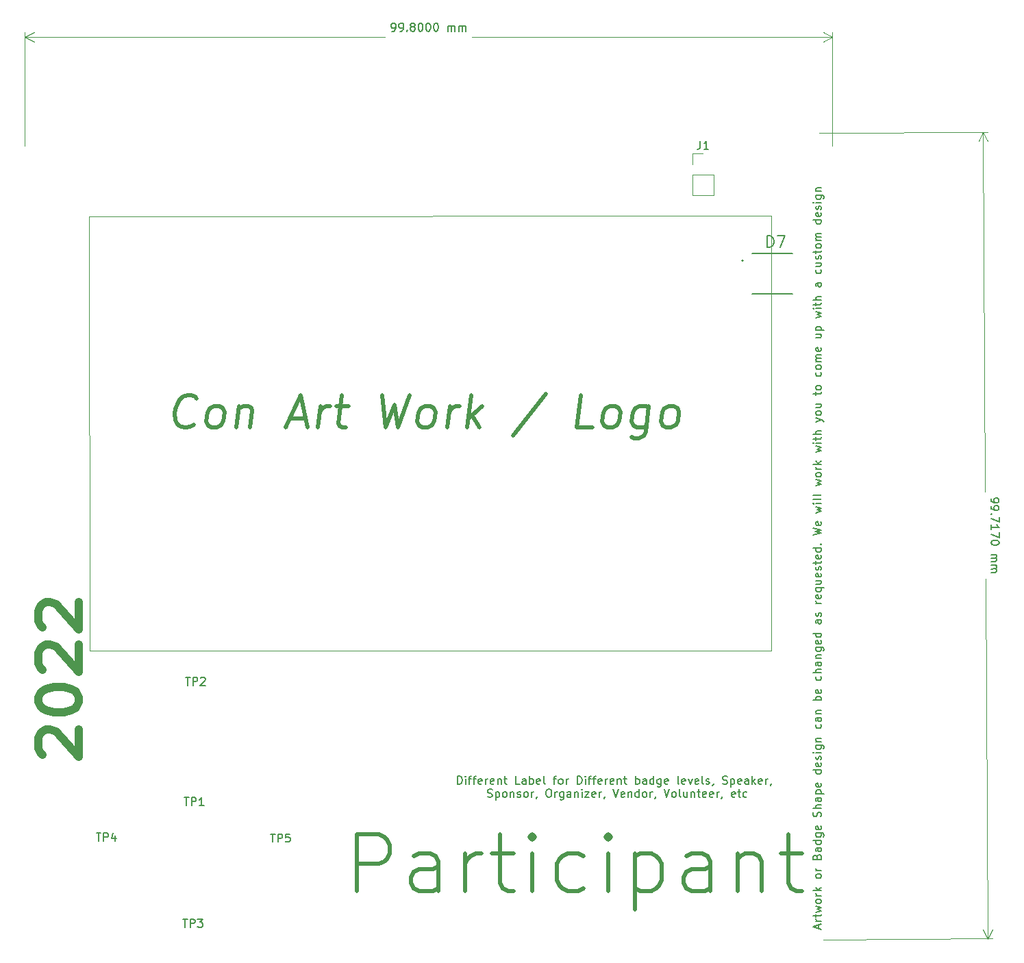
<source format=gbr>
%TF.GenerationSoftware,KiCad,Pcbnew,(6.0.0)*%
%TF.CreationDate,2021-12-30T12:50:52-06:00*%
%TF.ProjectId,ProspectBoards,50726f73-7065-4637-9442-6f617264732e,1.3*%
%TF.SameCoordinates,Original*%
%TF.FileFunction,Legend,Top*%
%TF.FilePolarity,Positive*%
%FSLAX46Y46*%
G04 Gerber Fmt 4.6, Leading zero omitted, Abs format (unit mm)*
G04 Created by KiCad (PCBNEW (6.0.0)) date 2021-12-30 12:50:52*
%MOMM*%
%LPD*%
G01*
G04 APERTURE LIST*
%ADD10C,0.150000*%
%ADD11C,0.120000*%
%ADD12C,1.000000*%
%ADD13C,0.500000*%
%ADD14C,0.127000*%
%ADD15C,0.200000*%
G04 APERTURE END LIST*
D10*
X191604493Y-91455856D02*
X191605514Y-91646330D01*
X191653643Y-91741311D01*
X191701516Y-91788675D01*
X191844882Y-91883146D01*
X192035610Y-91929743D01*
X192416557Y-91927702D01*
X192511539Y-91879573D01*
X192558902Y-91831699D01*
X192606010Y-91736207D01*
X192604989Y-91545734D01*
X192556860Y-91450752D01*
X192508987Y-91403389D01*
X192413495Y-91356281D01*
X192175403Y-91357557D01*
X192080421Y-91405686D01*
X192033058Y-91453560D01*
X191985950Y-91549051D01*
X191986971Y-91739525D01*
X192035100Y-91834506D01*
X192082974Y-91881870D01*
X192178465Y-91928978D01*
X191609597Y-92408224D02*
X191610618Y-92598697D01*
X191658747Y-92693679D01*
X191706620Y-92741042D01*
X191849986Y-92835513D01*
X192040715Y-92882110D01*
X192421662Y-92880069D01*
X192516643Y-92831940D01*
X192564006Y-92784066D01*
X192611114Y-92688574D01*
X192610093Y-92498101D01*
X192561965Y-92403120D01*
X192514091Y-92355756D01*
X192418599Y-92308648D01*
X192180507Y-92309924D01*
X192085526Y-92358053D01*
X192038163Y-92405927D01*
X191991055Y-92501419D01*
X191992075Y-92691892D01*
X192040204Y-92786874D01*
X192088078Y-92834237D01*
X192183570Y-92881345D01*
X191709683Y-93312462D02*
X191662320Y-93360336D01*
X191614446Y-93312973D01*
X191661809Y-93265099D01*
X191709683Y-93312462D01*
X191614446Y-93312973D01*
X192616474Y-93688560D02*
X192620047Y-94355217D01*
X191617764Y-93932011D01*
X191624910Y-95265326D02*
X191621847Y-94693905D01*
X191623379Y-94979615D02*
X192623364Y-94974256D01*
X192479999Y-94879785D01*
X192384252Y-94785059D01*
X192336123Y-94690077D01*
X192626682Y-95593295D02*
X192630255Y-96259952D01*
X191627972Y-95836746D01*
X192633317Y-96831372D02*
X192633828Y-96926609D01*
X192586720Y-97022101D01*
X192539357Y-97069974D01*
X192444375Y-97118103D01*
X192254157Y-97166742D01*
X192016065Y-97168018D01*
X191825337Y-97121421D01*
X191729845Y-97074313D01*
X191681971Y-97026950D01*
X191633842Y-96931968D01*
X191633332Y-96836732D01*
X191680440Y-96741240D01*
X191727803Y-96693366D01*
X191822784Y-96645237D01*
X192013003Y-96596598D01*
X192251095Y-96595322D01*
X192441823Y-96641920D01*
X192537315Y-96689027D01*
X192585189Y-96736391D01*
X192633317Y-96831372D01*
X191641499Y-98360519D02*
X192308156Y-98356946D01*
X192212919Y-98357457D02*
X192260793Y-98404820D01*
X192308921Y-98499801D01*
X192309687Y-98642656D01*
X192262579Y-98738148D01*
X192167597Y-98786277D01*
X191643795Y-98789084D01*
X192167597Y-98786277D02*
X192263089Y-98833385D01*
X192311218Y-98928367D01*
X192311984Y-99071222D01*
X192264876Y-99166714D01*
X192169894Y-99214842D01*
X191646092Y-99217650D01*
X191648644Y-99693833D02*
X192315302Y-99690260D01*
X192220065Y-99690771D02*
X192267938Y-99738134D01*
X192316067Y-99833116D01*
X192316833Y-99975971D01*
X192269725Y-100071463D01*
X192174743Y-100119591D01*
X191650941Y-100122399D01*
X192174743Y-100119591D02*
X192270235Y-100166699D01*
X192318364Y-100261681D01*
X192319130Y-100404536D01*
X192272022Y-100500028D01*
X192177040Y-100548157D01*
X191653238Y-100550964D01*
D11*
X170884426Y-145950000D02*
X191784755Y-145837985D01*
X170350000Y-46234426D02*
X191250329Y-46122411D01*
X191198343Y-145841127D02*
X190959988Y-101367787D01*
X190902272Y-90598893D02*
X190663917Y-46125553D01*
X191198343Y-145841127D02*
X191778718Y-144711497D01*
X191198343Y-145841127D02*
X190605893Y-144717782D01*
X190663917Y-46125553D02*
X190083542Y-47255183D01*
X190663917Y-46125553D02*
X191256367Y-47248898D01*
D10*
X117579741Y-33663747D02*
X117770217Y-33663795D01*
X117865467Y-33616200D01*
X117913098Y-33568593D01*
X118008372Y-33425759D01*
X118056039Y-33235295D01*
X118056134Y-32854343D01*
X118008539Y-32759093D01*
X117960932Y-32711462D01*
X117865706Y-32663819D01*
X117675229Y-32663771D01*
X117579979Y-32711366D01*
X117532348Y-32758973D01*
X117484705Y-32854200D01*
X117484646Y-33092295D01*
X117532241Y-33187545D01*
X117579848Y-33235176D01*
X117675074Y-33282819D01*
X117865551Y-33282866D01*
X117960801Y-33235271D01*
X118008431Y-33187664D01*
X118056074Y-33092438D01*
X118532122Y-33663986D02*
X118722598Y-33664034D01*
X118817848Y-33616438D01*
X118865479Y-33568831D01*
X118960753Y-33425998D01*
X119008420Y-33235534D01*
X119008515Y-32854581D01*
X118960920Y-32759331D01*
X118913313Y-32711700D01*
X118818086Y-32664057D01*
X118627610Y-32664010D01*
X118532360Y-32711605D01*
X118484729Y-32759212D01*
X118437086Y-32854438D01*
X118437027Y-33092533D01*
X118484622Y-33187783D01*
X118532229Y-33235414D01*
X118627455Y-33283057D01*
X118817931Y-33283105D01*
X118913181Y-33235510D01*
X118960812Y-33187903D01*
X119008455Y-33092677D01*
X119436907Y-33568974D02*
X119484515Y-33616605D01*
X119436884Y-33664212D01*
X119389276Y-33616581D01*
X119436907Y-33568974D01*
X119436884Y-33664212D01*
X120056074Y-33092939D02*
X119960848Y-33045296D01*
X119913241Y-32997665D01*
X119865646Y-32902415D01*
X119865658Y-32854796D01*
X119913301Y-32759570D01*
X119960932Y-32711963D01*
X120056182Y-32664368D01*
X120246658Y-32664415D01*
X120341884Y-32712058D01*
X120389491Y-32759689D01*
X120437086Y-32854939D01*
X120437074Y-32902558D01*
X120389432Y-32997784D01*
X120341801Y-33045391D01*
X120246551Y-33092987D01*
X120056074Y-33092939D01*
X119960824Y-33140534D01*
X119913193Y-33188141D01*
X119865550Y-33283367D01*
X119865503Y-33473844D01*
X119913098Y-33569094D01*
X119960705Y-33616725D01*
X120055931Y-33664368D01*
X120246407Y-33664415D01*
X120341657Y-33616820D01*
X120389288Y-33569213D01*
X120436931Y-33473987D01*
X120436979Y-33283511D01*
X120389384Y-33188261D01*
X120341777Y-33140630D01*
X120246551Y-33092987D01*
X121056182Y-32664618D02*
X121151420Y-32664642D01*
X121246646Y-32712285D01*
X121294253Y-32759916D01*
X121341848Y-32855166D01*
X121389420Y-33045654D01*
X121389360Y-33283749D01*
X121341693Y-33474213D01*
X121294050Y-33569440D01*
X121246419Y-33617047D01*
X121151169Y-33664642D01*
X121055931Y-33664618D01*
X120960705Y-33616975D01*
X120913098Y-33569344D01*
X120865503Y-33474094D01*
X120817931Y-33283606D01*
X120817991Y-33045511D01*
X120865658Y-32855047D01*
X120913301Y-32759820D01*
X120960932Y-32712213D01*
X121056182Y-32664618D01*
X122008563Y-32664857D02*
X122103801Y-32664880D01*
X122199027Y-32712523D01*
X122246634Y-32760154D01*
X122294229Y-32855404D01*
X122341800Y-33045892D01*
X122341741Y-33283988D01*
X122294074Y-33474452D01*
X122246431Y-33569678D01*
X122198800Y-33617285D01*
X122103550Y-33664880D01*
X122008312Y-33664857D01*
X121913086Y-33617214D01*
X121865479Y-33569583D01*
X121817884Y-33474333D01*
X121770312Y-33283845D01*
X121770372Y-33045749D01*
X121818039Y-32855285D01*
X121865682Y-32760059D01*
X121913313Y-32712452D01*
X122008563Y-32664857D01*
X122960944Y-32665095D02*
X123056182Y-32665119D01*
X123151408Y-32712762D01*
X123199015Y-32760393D01*
X123246610Y-32855643D01*
X123294181Y-33046131D01*
X123294122Y-33284226D01*
X123246455Y-33474691D01*
X123198812Y-33569917D01*
X123151181Y-33617524D01*
X123055931Y-33665119D01*
X122960693Y-33665095D01*
X122865467Y-33617452D01*
X122817860Y-33569821D01*
X122770265Y-33474571D01*
X122722693Y-33284083D01*
X122722753Y-33045988D01*
X122770420Y-32855524D01*
X122818063Y-32760297D01*
X122865693Y-32712690D01*
X122960944Y-32665095D01*
X124484502Y-33665477D02*
X124484669Y-32998810D01*
X124484646Y-33094048D02*
X124532277Y-33046441D01*
X124627527Y-32998846D01*
X124770384Y-32998882D01*
X124865610Y-33046525D01*
X124913205Y-33141775D01*
X124913074Y-33665584D01*
X124913205Y-33141775D02*
X124960848Y-33046549D01*
X125056098Y-32998953D01*
X125198955Y-32998989D01*
X125294181Y-33046632D01*
X125341777Y-33141882D01*
X125341645Y-33665692D01*
X125817836Y-33665811D02*
X125818003Y-32999144D01*
X125817979Y-33094382D02*
X125865610Y-33046775D01*
X125960860Y-32999180D01*
X126103717Y-32999216D01*
X126198943Y-33046859D01*
X126246538Y-33142109D01*
X126246407Y-33665918D01*
X126246538Y-33142109D02*
X126294181Y-33046883D01*
X126389431Y-32999287D01*
X126532288Y-32999323D01*
X126627515Y-33046966D01*
X126675110Y-33142216D01*
X126674979Y-33666026D01*
D11*
X172000000Y-47850000D02*
X172003522Y-33788580D01*
X72200000Y-47825000D02*
X72203522Y-33763580D01*
X172003376Y-34375000D02*
X127487900Y-34363849D01*
X116718853Y-34361151D02*
X72203376Y-34350000D01*
X172003376Y-34375000D02*
X170877019Y-33788297D01*
X172003376Y-34375000D02*
X170876725Y-34961139D01*
X72203376Y-34350000D02*
X73329733Y-34936703D01*
X72203376Y-34350000D02*
X73330027Y-33763861D01*
D10*
X125686904Y-126747380D02*
X125686904Y-125747380D01*
X125925000Y-125747380D01*
X126067857Y-125795000D01*
X126163095Y-125890238D01*
X126210714Y-125985476D01*
X126258333Y-126175952D01*
X126258333Y-126318809D01*
X126210714Y-126509285D01*
X126163095Y-126604523D01*
X126067857Y-126699761D01*
X125925000Y-126747380D01*
X125686904Y-126747380D01*
X126686904Y-126747380D02*
X126686904Y-126080714D01*
X126686904Y-125747380D02*
X126639285Y-125795000D01*
X126686904Y-125842619D01*
X126734523Y-125795000D01*
X126686904Y-125747380D01*
X126686904Y-125842619D01*
X127020238Y-126080714D02*
X127401190Y-126080714D01*
X127163095Y-126747380D02*
X127163095Y-125890238D01*
X127210714Y-125795000D01*
X127305952Y-125747380D01*
X127401190Y-125747380D01*
X127591666Y-126080714D02*
X127972619Y-126080714D01*
X127734523Y-126747380D02*
X127734523Y-125890238D01*
X127782142Y-125795000D01*
X127877380Y-125747380D01*
X127972619Y-125747380D01*
X128686904Y-126699761D02*
X128591666Y-126747380D01*
X128401190Y-126747380D01*
X128305952Y-126699761D01*
X128258333Y-126604523D01*
X128258333Y-126223571D01*
X128305952Y-126128333D01*
X128401190Y-126080714D01*
X128591666Y-126080714D01*
X128686904Y-126128333D01*
X128734523Y-126223571D01*
X128734523Y-126318809D01*
X128258333Y-126414047D01*
X129163095Y-126747380D02*
X129163095Y-126080714D01*
X129163095Y-126271190D02*
X129210714Y-126175952D01*
X129258333Y-126128333D01*
X129353571Y-126080714D01*
X129448809Y-126080714D01*
X130163095Y-126699761D02*
X130067857Y-126747380D01*
X129877380Y-126747380D01*
X129782142Y-126699761D01*
X129734523Y-126604523D01*
X129734523Y-126223571D01*
X129782142Y-126128333D01*
X129877380Y-126080714D01*
X130067857Y-126080714D01*
X130163095Y-126128333D01*
X130210714Y-126223571D01*
X130210714Y-126318809D01*
X129734523Y-126414047D01*
X130639285Y-126080714D02*
X130639285Y-126747380D01*
X130639285Y-126175952D02*
X130686904Y-126128333D01*
X130782142Y-126080714D01*
X130925000Y-126080714D01*
X131020238Y-126128333D01*
X131067857Y-126223571D01*
X131067857Y-126747380D01*
X131401190Y-126080714D02*
X131782142Y-126080714D01*
X131544047Y-125747380D02*
X131544047Y-126604523D01*
X131591666Y-126699761D01*
X131686904Y-126747380D01*
X131782142Y-126747380D01*
X133353571Y-126747380D02*
X132877380Y-126747380D01*
X132877380Y-125747380D01*
X134115476Y-126747380D02*
X134115476Y-126223571D01*
X134067857Y-126128333D01*
X133972619Y-126080714D01*
X133782142Y-126080714D01*
X133686904Y-126128333D01*
X134115476Y-126699761D02*
X134020238Y-126747380D01*
X133782142Y-126747380D01*
X133686904Y-126699761D01*
X133639285Y-126604523D01*
X133639285Y-126509285D01*
X133686904Y-126414047D01*
X133782142Y-126366428D01*
X134020238Y-126366428D01*
X134115476Y-126318809D01*
X134591666Y-126747380D02*
X134591666Y-125747380D01*
X134591666Y-126128333D02*
X134686904Y-126080714D01*
X134877380Y-126080714D01*
X134972619Y-126128333D01*
X135020238Y-126175952D01*
X135067857Y-126271190D01*
X135067857Y-126556904D01*
X135020238Y-126652142D01*
X134972619Y-126699761D01*
X134877380Y-126747380D01*
X134686904Y-126747380D01*
X134591666Y-126699761D01*
X135877380Y-126699761D02*
X135782142Y-126747380D01*
X135591666Y-126747380D01*
X135496428Y-126699761D01*
X135448809Y-126604523D01*
X135448809Y-126223571D01*
X135496428Y-126128333D01*
X135591666Y-126080714D01*
X135782142Y-126080714D01*
X135877380Y-126128333D01*
X135925000Y-126223571D01*
X135925000Y-126318809D01*
X135448809Y-126414047D01*
X136496428Y-126747380D02*
X136401190Y-126699761D01*
X136353571Y-126604523D01*
X136353571Y-125747380D01*
X137496428Y-126080714D02*
X137877380Y-126080714D01*
X137639285Y-126747380D02*
X137639285Y-125890238D01*
X137686904Y-125795000D01*
X137782142Y-125747380D01*
X137877380Y-125747380D01*
X138353571Y-126747380D02*
X138258333Y-126699761D01*
X138210714Y-126652142D01*
X138163095Y-126556904D01*
X138163095Y-126271190D01*
X138210714Y-126175952D01*
X138258333Y-126128333D01*
X138353571Y-126080714D01*
X138496428Y-126080714D01*
X138591666Y-126128333D01*
X138639285Y-126175952D01*
X138686904Y-126271190D01*
X138686904Y-126556904D01*
X138639285Y-126652142D01*
X138591666Y-126699761D01*
X138496428Y-126747380D01*
X138353571Y-126747380D01*
X139115476Y-126747380D02*
X139115476Y-126080714D01*
X139115476Y-126271190D02*
X139163095Y-126175952D01*
X139210714Y-126128333D01*
X139305952Y-126080714D01*
X139401190Y-126080714D01*
X140496428Y-126747380D02*
X140496428Y-125747380D01*
X140734523Y-125747380D01*
X140877380Y-125795000D01*
X140972619Y-125890238D01*
X141020238Y-125985476D01*
X141067857Y-126175952D01*
X141067857Y-126318809D01*
X141020238Y-126509285D01*
X140972619Y-126604523D01*
X140877380Y-126699761D01*
X140734523Y-126747380D01*
X140496428Y-126747380D01*
X141496428Y-126747380D02*
X141496428Y-126080714D01*
X141496428Y-125747380D02*
X141448809Y-125795000D01*
X141496428Y-125842619D01*
X141544047Y-125795000D01*
X141496428Y-125747380D01*
X141496428Y-125842619D01*
X141829761Y-126080714D02*
X142210714Y-126080714D01*
X141972619Y-126747380D02*
X141972619Y-125890238D01*
X142020238Y-125795000D01*
X142115476Y-125747380D01*
X142210714Y-125747380D01*
X142401190Y-126080714D02*
X142782142Y-126080714D01*
X142544047Y-126747380D02*
X142544047Y-125890238D01*
X142591666Y-125795000D01*
X142686904Y-125747380D01*
X142782142Y-125747380D01*
X143496428Y-126699761D02*
X143401190Y-126747380D01*
X143210714Y-126747380D01*
X143115476Y-126699761D01*
X143067857Y-126604523D01*
X143067857Y-126223571D01*
X143115476Y-126128333D01*
X143210714Y-126080714D01*
X143401190Y-126080714D01*
X143496428Y-126128333D01*
X143544047Y-126223571D01*
X143544047Y-126318809D01*
X143067857Y-126414047D01*
X143972619Y-126747380D02*
X143972619Y-126080714D01*
X143972619Y-126271190D02*
X144020238Y-126175952D01*
X144067857Y-126128333D01*
X144163095Y-126080714D01*
X144258333Y-126080714D01*
X144972619Y-126699761D02*
X144877380Y-126747380D01*
X144686904Y-126747380D01*
X144591666Y-126699761D01*
X144544047Y-126604523D01*
X144544047Y-126223571D01*
X144591666Y-126128333D01*
X144686904Y-126080714D01*
X144877380Y-126080714D01*
X144972619Y-126128333D01*
X145020238Y-126223571D01*
X145020238Y-126318809D01*
X144544047Y-126414047D01*
X145448809Y-126080714D02*
X145448809Y-126747380D01*
X145448809Y-126175952D02*
X145496428Y-126128333D01*
X145591666Y-126080714D01*
X145734523Y-126080714D01*
X145829761Y-126128333D01*
X145877380Y-126223571D01*
X145877380Y-126747380D01*
X146210714Y-126080714D02*
X146591666Y-126080714D01*
X146353571Y-125747380D02*
X146353571Y-126604523D01*
X146401190Y-126699761D01*
X146496428Y-126747380D01*
X146591666Y-126747380D01*
X147686904Y-126747380D02*
X147686904Y-125747380D01*
X147686904Y-126128333D02*
X147782142Y-126080714D01*
X147972619Y-126080714D01*
X148067857Y-126128333D01*
X148115476Y-126175952D01*
X148163095Y-126271190D01*
X148163095Y-126556904D01*
X148115476Y-126652142D01*
X148067857Y-126699761D01*
X147972619Y-126747380D01*
X147782142Y-126747380D01*
X147686904Y-126699761D01*
X149020238Y-126747380D02*
X149020238Y-126223571D01*
X148972619Y-126128333D01*
X148877380Y-126080714D01*
X148686904Y-126080714D01*
X148591666Y-126128333D01*
X149020238Y-126699761D02*
X148925000Y-126747380D01*
X148686904Y-126747380D01*
X148591666Y-126699761D01*
X148544047Y-126604523D01*
X148544047Y-126509285D01*
X148591666Y-126414047D01*
X148686904Y-126366428D01*
X148925000Y-126366428D01*
X149020238Y-126318809D01*
X149925000Y-126747380D02*
X149925000Y-125747380D01*
X149925000Y-126699761D02*
X149829761Y-126747380D01*
X149639285Y-126747380D01*
X149544047Y-126699761D01*
X149496428Y-126652142D01*
X149448809Y-126556904D01*
X149448809Y-126271190D01*
X149496428Y-126175952D01*
X149544047Y-126128333D01*
X149639285Y-126080714D01*
X149829761Y-126080714D01*
X149925000Y-126128333D01*
X150829761Y-126080714D02*
X150829761Y-126890238D01*
X150782142Y-126985476D01*
X150734523Y-127033095D01*
X150639285Y-127080714D01*
X150496428Y-127080714D01*
X150401190Y-127033095D01*
X150829761Y-126699761D02*
X150734523Y-126747380D01*
X150544047Y-126747380D01*
X150448809Y-126699761D01*
X150401190Y-126652142D01*
X150353571Y-126556904D01*
X150353571Y-126271190D01*
X150401190Y-126175952D01*
X150448809Y-126128333D01*
X150544047Y-126080714D01*
X150734523Y-126080714D01*
X150829761Y-126128333D01*
X151686904Y-126699761D02*
X151591666Y-126747380D01*
X151401190Y-126747380D01*
X151305952Y-126699761D01*
X151258333Y-126604523D01*
X151258333Y-126223571D01*
X151305952Y-126128333D01*
X151401190Y-126080714D01*
X151591666Y-126080714D01*
X151686904Y-126128333D01*
X151734523Y-126223571D01*
X151734523Y-126318809D01*
X151258333Y-126414047D01*
X153067857Y-126747380D02*
X152972619Y-126699761D01*
X152925000Y-126604523D01*
X152925000Y-125747380D01*
X153829761Y-126699761D02*
X153734523Y-126747380D01*
X153544047Y-126747380D01*
X153448809Y-126699761D01*
X153401190Y-126604523D01*
X153401190Y-126223571D01*
X153448809Y-126128333D01*
X153544047Y-126080714D01*
X153734523Y-126080714D01*
X153829761Y-126128333D01*
X153877380Y-126223571D01*
X153877380Y-126318809D01*
X153401190Y-126414047D01*
X154210714Y-126080714D02*
X154448809Y-126747380D01*
X154686904Y-126080714D01*
X155448809Y-126699761D02*
X155353571Y-126747380D01*
X155163095Y-126747380D01*
X155067857Y-126699761D01*
X155020238Y-126604523D01*
X155020238Y-126223571D01*
X155067857Y-126128333D01*
X155163095Y-126080714D01*
X155353571Y-126080714D01*
X155448809Y-126128333D01*
X155496428Y-126223571D01*
X155496428Y-126318809D01*
X155020238Y-126414047D01*
X156067857Y-126747380D02*
X155972619Y-126699761D01*
X155925000Y-126604523D01*
X155925000Y-125747380D01*
X156401190Y-126699761D02*
X156496428Y-126747380D01*
X156686904Y-126747380D01*
X156782142Y-126699761D01*
X156829761Y-126604523D01*
X156829761Y-126556904D01*
X156782142Y-126461666D01*
X156686904Y-126414047D01*
X156544047Y-126414047D01*
X156448809Y-126366428D01*
X156401190Y-126271190D01*
X156401190Y-126223571D01*
X156448809Y-126128333D01*
X156544047Y-126080714D01*
X156686904Y-126080714D01*
X156782142Y-126128333D01*
X157305952Y-126699761D02*
X157305952Y-126747380D01*
X157258333Y-126842619D01*
X157210714Y-126890238D01*
X158448809Y-126699761D02*
X158591666Y-126747380D01*
X158829761Y-126747380D01*
X158925000Y-126699761D01*
X158972619Y-126652142D01*
X159020238Y-126556904D01*
X159020238Y-126461666D01*
X158972619Y-126366428D01*
X158925000Y-126318809D01*
X158829761Y-126271190D01*
X158639285Y-126223571D01*
X158544047Y-126175952D01*
X158496428Y-126128333D01*
X158448809Y-126033095D01*
X158448809Y-125937857D01*
X158496428Y-125842619D01*
X158544047Y-125795000D01*
X158639285Y-125747380D01*
X158877380Y-125747380D01*
X159020238Y-125795000D01*
X159448809Y-126080714D02*
X159448809Y-127080714D01*
X159448809Y-126128333D02*
X159544047Y-126080714D01*
X159734523Y-126080714D01*
X159829761Y-126128333D01*
X159877380Y-126175952D01*
X159925000Y-126271190D01*
X159925000Y-126556904D01*
X159877380Y-126652142D01*
X159829761Y-126699761D01*
X159734523Y-126747380D01*
X159544047Y-126747380D01*
X159448809Y-126699761D01*
X160734523Y-126699761D02*
X160639285Y-126747380D01*
X160448809Y-126747380D01*
X160353571Y-126699761D01*
X160305952Y-126604523D01*
X160305952Y-126223571D01*
X160353571Y-126128333D01*
X160448809Y-126080714D01*
X160639285Y-126080714D01*
X160734523Y-126128333D01*
X160782142Y-126223571D01*
X160782142Y-126318809D01*
X160305952Y-126414047D01*
X161639285Y-126747380D02*
X161639285Y-126223571D01*
X161591666Y-126128333D01*
X161496428Y-126080714D01*
X161305952Y-126080714D01*
X161210714Y-126128333D01*
X161639285Y-126699761D02*
X161544047Y-126747380D01*
X161305952Y-126747380D01*
X161210714Y-126699761D01*
X161163095Y-126604523D01*
X161163095Y-126509285D01*
X161210714Y-126414047D01*
X161305952Y-126366428D01*
X161544047Y-126366428D01*
X161639285Y-126318809D01*
X162115476Y-126747380D02*
X162115476Y-125747380D01*
X162210714Y-126366428D02*
X162496428Y-126747380D01*
X162496428Y-126080714D02*
X162115476Y-126461666D01*
X163305952Y-126699761D02*
X163210714Y-126747380D01*
X163020238Y-126747380D01*
X162925000Y-126699761D01*
X162877380Y-126604523D01*
X162877380Y-126223571D01*
X162925000Y-126128333D01*
X163020238Y-126080714D01*
X163210714Y-126080714D01*
X163305952Y-126128333D01*
X163353571Y-126223571D01*
X163353571Y-126318809D01*
X162877380Y-126414047D01*
X163782142Y-126747380D02*
X163782142Y-126080714D01*
X163782142Y-126271190D02*
X163829761Y-126175952D01*
X163877380Y-126128333D01*
X163972619Y-126080714D01*
X164067857Y-126080714D01*
X164448809Y-126699761D02*
X164448809Y-126747380D01*
X164401190Y-126842619D01*
X164353571Y-126890238D01*
X129401190Y-128309761D02*
X129544047Y-128357380D01*
X129782142Y-128357380D01*
X129877380Y-128309761D01*
X129925000Y-128262142D01*
X129972619Y-128166904D01*
X129972619Y-128071666D01*
X129925000Y-127976428D01*
X129877380Y-127928809D01*
X129782142Y-127881190D01*
X129591666Y-127833571D01*
X129496428Y-127785952D01*
X129448809Y-127738333D01*
X129401190Y-127643095D01*
X129401190Y-127547857D01*
X129448809Y-127452619D01*
X129496428Y-127405000D01*
X129591666Y-127357380D01*
X129829761Y-127357380D01*
X129972619Y-127405000D01*
X130401190Y-127690714D02*
X130401190Y-128690714D01*
X130401190Y-127738333D02*
X130496428Y-127690714D01*
X130686904Y-127690714D01*
X130782142Y-127738333D01*
X130829761Y-127785952D01*
X130877380Y-127881190D01*
X130877380Y-128166904D01*
X130829761Y-128262142D01*
X130782142Y-128309761D01*
X130686904Y-128357380D01*
X130496428Y-128357380D01*
X130401190Y-128309761D01*
X131448809Y-128357380D02*
X131353571Y-128309761D01*
X131305952Y-128262142D01*
X131258333Y-128166904D01*
X131258333Y-127881190D01*
X131305952Y-127785952D01*
X131353571Y-127738333D01*
X131448809Y-127690714D01*
X131591666Y-127690714D01*
X131686904Y-127738333D01*
X131734523Y-127785952D01*
X131782142Y-127881190D01*
X131782142Y-128166904D01*
X131734523Y-128262142D01*
X131686904Y-128309761D01*
X131591666Y-128357380D01*
X131448809Y-128357380D01*
X132210714Y-127690714D02*
X132210714Y-128357380D01*
X132210714Y-127785952D02*
X132258333Y-127738333D01*
X132353571Y-127690714D01*
X132496428Y-127690714D01*
X132591666Y-127738333D01*
X132639285Y-127833571D01*
X132639285Y-128357380D01*
X133067857Y-128309761D02*
X133163095Y-128357380D01*
X133353571Y-128357380D01*
X133448809Y-128309761D01*
X133496428Y-128214523D01*
X133496428Y-128166904D01*
X133448809Y-128071666D01*
X133353571Y-128024047D01*
X133210714Y-128024047D01*
X133115476Y-127976428D01*
X133067857Y-127881190D01*
X133067857Y-127833571D01*
X133115476Y-127738333D01*
X133210714Y-127690714D01*
X133353571Y-127690714D01*
X133448809Y-127738333D01*
X134067857Y-128357380D02*
X133972619Y-128309761D01*
X133925000Y-128262142D01*
X133877380Y-128166904D01*
X133877380Y-127881190D01*
X133925000Y-127785952D01*
X133972619Y-127738333D01*
X134067857Y-127690714D01*
X134210714Y-127690714D01*
X134305952Y-127738333D01*
X134353571Y-127785952D01*
X134401190Y-127881190D01*
X134401190Y-128166904D01*
X134353571Y-128262142D01*
X134305952Y-128309761D01*
X134210714Y-128357380D01*
X134067857Y-128357380D01*
X134829761Y-128357380D02*
X134829761Y-127690714D01*
X134829761Y-127881190D02*
X134877380Y-127785952D01*
X134925000Y-127738333D01*
X135020238Y-127690714D01*
X135115476Y-127690714D01*
X135496428Y-128309761D02*
X135496428Y-128357380D01*
X135448809Y-128452619D01*
X135401190Y-128500238D01*
X136877380Y-127357380D02*
X137067857Y-127357380D01*
X137163095Y-127405000D01*
X137258333Y-127500238D01*
X137305952Y-127690714D01*
X137305952Y-128024047D01*
X137258333Y-128214523D01*
X137163095Y-128309761D01*
X137067857Y-128357380D01*
X136877380Y-128357380D01*
X136782142Y-128309761D01*
X136686904Y-128214523D01*
X136639285Y-128024047D01*
X136639285Y-127690714D01*
X136686904Y-127500238D01*
X136782142Y-127405000D01*
X136877380Y-127357380D01*
X137734523Y-128357380D02*
X137734523Y-127690714D01*
X137734523Y-127881190D02*
X137782142Y-127785952D01*
X137829761Y-127738333D01*
X137925000Y-127690714D01*
X138020238Y-127690714D01*
X138782142Y-127690714D02*
X138782142Y-128500238D01*
X138734523Y-128595476D01*
X138686904Y-128643095D01*
X138591666Y-128690714D01*
X138448809Y-128690714D01*
X138353571Y-128643095D01*
X138782142Y-128309761D02*
X138686904Y-128357380D01*
X138496428Y-128357380D01*
X138401190Y-128309761D01*
X138353571Y-128262142D01*
X138305952Y-128166904D01*
X138305952Y-127881190D01*
X138353571Y-127785952D01*
X138401190Y-127738333D01*
X138496428Y-127690714D01*
X138686904Y-127690714D01*
X138782142Y-127738333D01*
X139686904Y-128357380D02*
X139686904Y-127833571D01*
X139639285Y-127738333D01*
X139544047Y-127690714D01*
X139353571Y-127690714D01*
X139258333Y-127738333D01*
X139686904Y-128309761D02*
X139591666Y-128357380D01*
X139353571Y-128357380D01*
X139258333Y-128309761D01*
X139210714Y-128214523D01*
X139210714Y-128119285D01*
X139258333Y-128024047D01*
X139353571Y-127976428D01*
X139591666Y-127976428D01*
X139686904Y-127928809D01*
X140163095Y-127690714D02*
X140163095Y-128357380D01*
X140163095Y-127785952D02*
X140210714Y-127738333D01*
X140305952Y-127690714D01*
X140448809Y-127690714D01*
X140544047Y-127738333D01*
X140591666Y-127833571D01*
X140591666Y-128357380D01*
X141067857Y-128357380D02*
X141067857Y-127690714D01*
X141067857Y-127357380D02*
X141020238Y-127405000D01*
X141067857Y-127452619D01*
X141115476Y-127405000D01*
X141067857Y-127357380D01*
X141067857Y-127452619D01*
X141448809Y-127690714D02*
X141972619Y-127690714D01*
X141448809Y-128357380D01*
X141972619Y-128357380D01*
X142734523Y-128309761D02*
X142639285Y-128357380D01*
X142448809Y-128357380D01*
X142353571Y-128309761D01*
X142305952Y-128214523D01*
X142305952Y-127833571D01*
X142353571Y-127738333D01*
X142448809Y-127690714D01*
X142639285Y-127690714D01*
X142734523Y-127738333D01*
X142782142Y-127833571D01*
X142782142Y-127928809D01*
X142305952Y-128024047D01*
X143210714Y-128357380D02*
X143210714Y-127690714D01*
X143210714Y-127881190D02*
X143258333Y-127785952D01*
X143305952Y-127738333D01*
X143401190Y-127690714D01*
X143496428Y-127690714D01*
X143877380Y-128309761D02*
X143877380Y-128357380D01*
X143829761Y-128452619D01*
X143782142Y-128500238D01*
X144925000Y-127357380D02*
X145258333Y-128357380D01*
X145591666Y-127357380D01*
X146305952Y-128309761D02*
X146210714Y-128357380D01*
X146020238Y-128357380D01*
X145925000Y-128309761D01*
X145877380Y-128214523D01*
X145877380Y-127833571D01*
X145925000Y-127738333D01*
X146020238Y-127690714D01*
X146210714Y-127690714D01*
X146305952Y-127738333D01*
X146353571Y-127833571D01*
X146353571Y-127928809D01*
X145877380Y-128024047D01*
X146782142Y-127690714D02*
X146782142Y-128357380D01*
X146782142Y-127785952D02*
X146829761Y-127738333D01*
X146925000Y-127690714D01*
X147067857Y-127690714D01*
X147163095Y-127738333D01*
X147210714Y-127833571D01*
X147210714Y-128357380D01*
X148115476Y-128357380D02*
X148115476Y-127357380D01*
X148115476Y-128309761D02*
X148020238Y-128357380D01*
X147829761Y-128357380D01*
X147734523Y-128309761D01*
X147686904Y-128262142D01*
X147639285Y-128166904D01*
X147639285Y-127881190D01*
X147686904Y-127785952D01*
X147734523Y-127738333D01*
X147829761Y-127690714D01*
X148020238Y-127690714D01*
X148115476Y-127738333D01*
X148734523Y-128357380D02*
X148639285Y-128309761D01*
X148591666Y-128262142D01*
X148544047Y-128166904D01*
X148544047Y-127881190D01*
X148591666Y-127785952D01*
X148639285Y-127738333D01*
X148734523Y-127690714D01*
X148877380Y-127690714D01*
X148972619Y-127738333D01*
X149020238Y-127785952D01*
X149067857Y-127881190D01*
X149067857Y-128166904D01*
X149020238Y-128262142D01*
X148972619Y-128309761D01*
X148877380Y-128357380D01*
X148734523Y-128357380D01*
X149496428Y-128357380D02*
X149496428Y-127690714D01*
X149496428Y-127881190D02*
X149544047Y-127785952D01*
X149591666Y-127738333D01*
X149686904Y-127690714D01*
X149782142Y-127690714D01*
X150163095Y-128309761D02*
X150163095Y-128357380D01*
X150115476Y-128452619D01*
X150067857Y-128500238D01*
X151210714Y-127357380D02*
X151544047Y-128357380D01*
X151877380Y-127357380D01*
X152353571Y-128357380D02*
X152258333Y-128309761D01*
X152210714Y-128262142D01*
X152163095Y-128166904D01*
X152163095Y-127881190D01*
X152210714Y-127785952D01*
X152258333Y-127738333D01*
X152353571Y-127690714D01*
X152496428Y-127690714D01*
X152591666Y-127738333D01*
X152639285Y-127785952D01*
X152686904Y-127881190D01*
X152686904Y-128166904D01*
X152639285Y-128262142D01*
X152591666Y-128309761D01*
X152496428Y-128357380D01*
X152353571Y-128357380D01*
X153258333Y-128357380D02*
X153163095Y-128309761D01*
X153115476Y-128214523D01*
X153115476Y-127357380D01*
X154067857Y-127690714D02*
X154067857Y-128357380D01*
X153639285Y-127690714D02*
X153639285Y-128214523D01*
X153686904Y-128309761D01*
X153782142Y-128357380D01*
X153925000Y-128357380D01*
X154020238Y-128309761D01*
X154067857Y-128262142D01*
X154544047Y-127690714D02*
X154544047Y-128357380D01*
X154544047Y-127785952D02*
X154591666Y-127738333D01*
X154686904Y-127690714D01*
X154829761Y-127690714D01*
X154925000Y-127738333D01*
X154972619Y-127833571D01*
X154972619Y-128357380D01*
X155305952Y-127690714D02*
X155686904Y-127690714D01*
X155448809Y-127357380D02*
X155448809Y-128214523D01*
X155496428Y-128309761D01*
X155591666Y-128357380D01*
X155686904Y-128357380D01*
X156401190Y-128309761D02*
X156305952Y-128357380D01*
X156115476Y-128357380D01*
X156020238Y-128309761D01*
X155972619Y-128214523D01*
X155972619Y-127833571D01*
X156020238Y-127738333D01*
X156115476Y-127690714D01*
X156305952Y-127690714D01*
X156401190Y-127738333D01*
X156448809Y-127833571D01*
X156448809Y-127928809D01*
X155972619Y-128024047D01*
X157258333Y-128309761D02*
X157163095Y-128357380D01*
X156972619Y-128357380D01*
X156877380Y-128309761D01*
X156829761Y-128214523D01*
X156829761Y-127833571D01*
X156877380Y-127738333D01*
X156972619Y-127690714D01*
X157163095Y-127690714D01*
X157258333Y-127738333D01*
X157305952Y-127833571D01*
X157305952Y-127928809D01*
X156829761Y-128024047D01*
X157734523Y-128357380D02*
X157734523Y-127690714D01*
X157734523Y-127881190D02*
X157782142Y-127785952D01*
X157829761Y-127738333D01*
X157925000Y-127690714D01*
X158020238Y-127690714D01*
X158401190Y-128309761D02*
X158401190Y-128357380D01*
X158353571Y-128452619D01*
X158305952Y-128500238D01*
X159972619Y-128309761D02*
X159877380Y-128357380D01*
X159686904Y-128357380D01*
X159591666Y-128309761D01*
X159544047Y-128214523D01*
X159544047Y-127833571D01*
X159591666Y-127738333D01*
X159686904Y-127690714D01*
X159877380Y-127690714D01*
X159972619Y-127738333D01*
X160020238Y-127833571D01*
X160020238Y-127928809D01*
X159544047Y-128024047D01*
X160305952Y-127690714D02*
X160686904Y-127690714D01*
X160448809Y-127357380D02*
X160448809Y-128214523D01*
X160496428Y-128309761D01*
X160591666Y-128357380D01*
X160686904Y-128357380D01*
X161448809Y-128309761D02*
X161353571Y-128357380D01*
X161163095Y-128357380D01*
X161067857Y-128309761D01*
X161020238Y-128262142D01*
X160972619Y-128166904D01*
X160972619Y-127881190D01*
X161020238Y-127785952D01*
X161067857Y-127738333D01*
X161163095Y-127690714D01*
X161353571Y-127690714D01*
X161448809Y-127738333D01*
X170341666Y-144560714D02*
X170341666Y-144084523D01*
X170627380Y-144655952D02*
X169627380Y-144322619D01*
X170627380Y-143989285D01*
X170627380Y-143655952D02*
X169960714Y-143655952D01*
X170151190Y-143655952D02*
X170055952Y-143608333D01*
X170008333Y-143560714D01*
X169960714Y-143465476D01*
X169960714Y-143370238D01*
X169960714Y-143179761D02*
X169960714Y-142798809D01*
X169627380Y-143036904D02*
X170484523Y-143036904D01*
X170579761Y-142989285D01*
X170627380Y-142894047D01*
X170627380Y-142798809D01*
X169960714Y-142560714D02*
X170627380Y-142370238D01*
X170151190Y-142179761D01*
X170627380Y-141989285D01*
X169960714Y-141798809D01*
X170627380Y-141274999D02*
X170579761Y-141370238D01*
X170532142Y-141417857D01*
X170436904Y-141465476D01*
X170151190Y-141465476D01*
X170055952Y-141417857D01*
X170008333Y-141370238D01*
X169960714Y-141274999D01*
X169960714Y-141132142D01*
X170008333Y-141036904D01*
X170055952Y-140989285D01*
X170151190Y-140941666D01*
X170436904Y-140941666D01*
X170532142Y-140989285D01*
X170579761Y-141036904D01*
X170627380Y-141132142D01*
X170627380Y-141274999D01*
X170627380Y-140513095D02*
X169960714Y-140513095D01*
X170151190Y-140513095D02*
X170055952Y-140465476D01*
X170008333Y-140417857D01*
X169960714Y-140322619D01*
X169960714Y-140227380D01*
X170627380Y-139894047D02*
X169627380Y-139894047D01*
X170246428Y-139798809D02*
X170627380Y-139513095D01*
X169960714Y-139513095D02*
X170341666Y-139894047D01*
X170627380Y-138179761D02*
X170579761Y-138274999D01*
X170532142Y-138322619D01*
X170436904Y-138370238D01*
X170151190Y-138370238D01*
X170055952Y-138322619D01*
X170008333Y-138274999D01*
X169960714Y-138179761D01*
X169960714Y-138036904D01*
X170008333Y-137941666D01*
X170055952Y-137894047D01*
X170151190Y-137846428D01*
X170436904Y-137846428D01*
X170532142Y-137894047D01*
X170579761Y-137941666D01*
X170627380Y-138036904D01*
X170627380Y-138179761D01*
X170627380Y-137417857D02*
X169960714Y-137417857D01*
X170151190Y-137417857D02*
X170055952Y-137370238D01*
X170008333Y-137322619D01*
X169960714Y-137227380D01*
X169960714Y-137132142D01*
X170103571Y-135703571D02*
X170151190Y-135560714D01*
X170198809Y-135513095D01*
X170294047Y-135465476D01*
X170436904Y-135465476D01*
X170532142Y-135513095D01*
X170579761Y-135560714D01*
X170627380Y-135655952D01*
X170627380Y-136036904D01*
X169627380Y-136036904D01*
X169627380Y-135703571D01*
X169675000Y-135608333D01*
X169722619Y-135560714D01*
X169817857Y-135513095D01*
X169913095Y-135513095D01*
X170008333Y-135560714D01*
X170055952Y-135608333D01*
X170103571Y-135703571D01*
X170103571Y-136036904D01*
X170627380Y-134608333D02*
X170103571Y-134608333D01*
X170008333Y-134655952D01*
X169960714Y-134751190D01*
X169960714Y-134941666D01*
X170008333Y-135036904D01*
X170579761Y-134608333D02*
X170627380Y-134703571D01*
X170627380Y-134941666D01*
X170579761Y-135036904D01*
X170484523Y-135084523D01*
X170389285Y-135084523D01*
X170294047Y-135036904D01*
X170246428Y-134941666D01*
X170246428Y-134703571D01*
X170198809Y-134608333D01*
X170627380Y-133703571D02*
X169627380Y-133703571D01*
X170579761Y-133703571D02*
X170627380Y-133798809D01*
X170627380Y-133989285D01*
X170579761Y-134084523D01*
X170532142Y-134132142D01*
X170436904Y-134179761D01*
X170151190Y-134179761D01*
X170055952Y-134132142D01*
X170008333Y-134084523D01*
X169960714Y-133989285D01*
X169960714Y-133798809D01*
X170008333Y-133703571D01*
X169960714Y-132798809D02*
X170770238Y-132798809D01*
X170865476Y-132846428D01*
X170913095Y-132894047D01*
X170960714Y-132989285D01*
X170960714Y-133132142D01*
X170913095Y-133227380D01*
X170579761Y-132798809D02*
X170627380Y-132894047D01*
X170627380Y-133084523D01*
X170579761Y-133179761D01*
X170532142Y-133227380D01*
X170436904Y-133274999D01*
X170151190Y-133274999D01*
X170055952Y-133227380D01*
X170008333Y-133179761D01*
X169960714Y-133084523D01*
X169960714Y-132894047D01*
X170008333Y-132798809D01*
X170579761Y-131941666D02*
X170627380Y-132036904D01*
X170627380Y-132227380D01*
X170579761Y-132322619D01*
X170484523Y-132370238D01*
X170103571Y-132370238D01*
X170008333Y-132322619D01*
X169960714Y-132227380D01*
X169960714Y-132036904D01*
X170008333Y-131941666D01*
X170103571Y-131894047D01*
X170198809Y-131894047D01*
X170294047Y-132370238D01*
X170579761Y-130751190D02*
X170627380Y-130608333D01*
X170627380Y-130370238D01*
X170579761Y-130274999D01*
X170532142Y-130227380D01*
X170436904Y-130179761D01*
X170341666Y-130179761D01*
X170246428Y-130227380D01*
X170198809Y-130274999D01*
X170151190Y-130370238D01*
X170103571Y-130560714D01*
X170055952Y-130655952D01*
X170008333Y-130703571D01*
X169913095Y-130751190D01*
X169817857Y-130751190D01*
X169722619Y-130703571D01*
X169675000Y-130655952D01*
X169627380Y-130560714D01*
X169627380Y-130322619D01*
X169675000Y-130179761D01*
X170627380Y-129751190D02*
X169627380Y-129751190D01*
X170627380Y-129322619D02*
X170103571Y-129322619D01*
X170008333Y-129370238D01*
X169960714Y-129465476D01*
X169960714Y-129608333D01*
X170008333Y-129703571D01*
X170055952Y-129751190D01*
X170627380Y-128417857D02*
X170103571Y-128417857D01*
X170008333Y-128465476D01*
X169960714Y-128560714D01*
X169960714Y-128751190D01*
X170008333Y-128846428D01*
X170579761Y-128417857D02*
X170627380Y-128513095D01*
X170627380Y-128751190D01*
X170579761Y-128846428D01*
X170484523Y-128894047D01*
X170389285Y-128894047D01*
X170294047Y-128846428D01*
X170246428Y-128751190D01*
X170246428Y-128513095D01*
X170198809Y-128417857D01*
X169960714Y-127941666D02*
X170960714Y-127941666D01*
X170008333Y-127941666D02*
X169960714Y-127846428D01*
X169960714Y-127655952D01*
X170008333Y-127560714D01*
X170055952Y-127513095D01*
X170151190Y-127465476D01*
X170436904Y-127465476D01*
X170532142Y-127513095D01*
X170579761Y-127560714D01*
X170627380Y-127655952D01*
X170627380Y-127846428D01*
X170579761Y-127941666D01*
X170579761Y-126655952D02*
X170627380Y-126751190D01*
X170627380Y-126941666D01*
X170579761Y-127036904D01*
X170484523Y-127084523D01*
X170103571Y-127084523D01*
X170008333Y-127036904D01*
X169960714Y-126941666D01*
X169960714Y-126751190D01*
X170008333Y-126655952D01*
X170103571Y-126608333D01*
X170198809Y-126608333D01*
X170294047Y-127084523D01*
X170627380Y-124989285D02*
X169627380Y-124989285D01*
X170579761Y-124989285D02*
X170627380Y-125084523D01*
X170627380Y-125274999D01*
X170579761Y-125370238D01*
X170532142Y-125417857D01*
X170436904Y-125465476D01*
X170151190Y-125465476D01*
X170055952Y-125417857D01*
X170008333Y-125370238D01*
X169960714Y-125274999D01*
X169960714Y-125084523D01*
X170008333Y-124989285D01*
X170579761Y-124132142D02*
X170627380Y-124227380D01*
X170627380Y-124417857D01*
X170579761Y-124513095D01*
X170484523Y-124560714D01*
X170103571Y-124560714D01*
X170008333Y-124513095D01*
X169960714Y-124417857D01*
X169960714Y-124227380D01*
X170008333Y-124132142D01*
X170103571Y-124084523D01*
X170198809Y-124084523D01*
X170294047Y-124560714D01*
X170579761Y-123703571D02*
X170627380Y-123608333D01*
X170627380Y-123417857D01*
X170579761Y-123322619D01*
X170484523Y-123274999D01*
X170436904Y-123274999D01*
X170341666Y-123322619D01*
X170294047Y-123417857D01*
X170294047Y-123560714D01*
X170246428Y-123655952D01*
X170151190Y-123703571D01*
X170103571Y-123703571D01*
X170008333Y-123655952D01*
X169960714Y-123560714D01*
X169960714Y-123417857D01*
X170008333Y-123322619D01*
X170627380Y-122846428D02*
X169960714Y-122846428D01*
X169627380Y-122846428D02*
X169675000Y-122894047D01*
X169722619Y-122846428D01*
X169675000Y-122798809D01*
X169627380Y-122846428D01*
X169722619Y-122846428D01*
X169960714Y-121941666D02*
X170770238Y-121941666D01*
X170865476Y-121989285D01*
X170913095Y-122036904D01*
X170960714Y-122132142D01*
X170960714Y-122274999D01*
X170913095Y-122370238D01*
X170579761Y-121941666D02*
X170627380Y-122036904D01*
X170627380Y-122227380D01*
X170579761Y-122322619D01*
X170532142Y-122370238D01*
X170436904Y-122417857D01*
X170151190Y-122417857D01*
X170055952Y-122370238D01*
X170008333Y-122322619D01*
X169960714Y-122227380D01*
X169960714Y-122036904D01*
X170008333Y-121941666D01*
X169960714Y-121465476D02*
X170627380Y-121465476D01*
X170055952Y-121465476D02*
X170008333Y-121417857D01*
X169960714Y-121322619D01*
X169960714Y-121179761D01*
X170008333Y-121084523D01*
X170103571Y-121036904D01*
X170627380Y-121036904D01*
X170579761Y-119370238D02*
X170627380Y-119465476D01*
X170627380Y-119655952D01*
X170579761Y-119751190D01*
X170532142Y-119798809D01*
X170436904Y-119846428D01*
X170151190Y-119846428D01*
X170055952Y-119798809D01*
X170008333Y-119751190D01*
X169960714Y-119655952D01*
X169960714Y-119465476D01*
X170008333Y-119370238D01*
X170627380Y-118513095D02*
X170103571Y-118513095D01*
X170008333Y-118560714D01*
X169960714Y-118655952D01*
X169960714Y-118846428D01*
X170008333Y-118941666D01*
X170579761Y-118513095D02*
X170627380Y-118608333D01*
X170627380Y-118846428D01*
X170579761Y-118941666D01*
X170484523Y-118989285D01*
X170389285Y-118989285D01*
X170294047Y-118941666D01*
X170246428Y-118846428D01*
X170246428Y-118608333D01*
X170198809Y-118513095D01*
X169960714Y-118036904D02*
X170627380Y-118036904D01*
X170055952Y-118036904D02*
X170008333Y-117989285D01*
X169960714Y-117894047D01*
X169960714Y-117751190D01*
X170008333Y-117655952D01*
X170103571Y-117608333D01*
X170627380Y-117608333D01*
X170627380Y-116370238D02*
X169627380Y-116370238D01*
X170008333Y-116370238D02*
X169960714Y-116274999D01*
X169960714Y-116084523D01*
X170008333Y-115989285D01*
X170055952Y-115941666D01*
X170151190Y-115894047D01*
X170436904Y-115894047D01*
X170532142Y-115941666D01*
X170579761Y-115989285D01*
X170627380Y-116084523D01*
X170627380Y-116274999D01*
X170579761Y-116370238D01*
X170579761Y-115084523D02*
X170627380Y-115179761D01*
X170627380Y-115370238D01*
X170579761Y-115465476D01*
X170484523Y-115513095D01*
X170103571Y-115513095D01*
X170008333Y-115465476D01*
X169960714Y-115370238D01*
X169960714Y-115179761D01*
X170008333Y-115084523D01*
X170103571Y-115036904D01*
X170198809Y-115036904D01*
X170294047Y-115513095D01*
X170579761Y-113417857D02*
X170627380Y-113513095D01*
X170627380Y-113703571D01*
X170579761Y-113798809D01*
X170532142Y-113846428D01*
X170436904Y-113894047D01*
X170151190Y-113894047D01*
X170055952Y-113846428D01*
X170008333Y-113798809D01*
X169960714Y-113703571D01*
X169960714Y-113513095D01*
X170008333Y-113417857D01*
X170627380Y-112989285D02*
X169627380Y-112989285D01*
X170627380Y-112560714D02*
X170103571Y-112560714D01*
X170008333Y-112608333D01*
X169960714Y-112703571D01*
X169960714Y-112846428D01*
X170008333Y-112941666D01*
X170055952Y-112989285D01*
X170627380Y-111655952D02*
X170103571Y-111655952D01*
X170008333Y-111703571D01*
X169960714Y-111798809D01*
X169960714Y-111989285D01*
X170008333Y-112084523D01*
X170579761Y-111655952D02*
X170627380Y-111751190D01*
X170627380Y-111989285D01*
X170579761Y-112084523D01*
X170484523Y-112132142D01*
X170389285Y-112132142D01*
X170294047Y-112084523D01*
X170246428Y-111989285D01*
X170246428Y-111751190D01*
X170198809Y-111655952D01*
X169960714Y-111179761D02*
X170627380Y-111179761D01*
X170055952Y-111179761D02*
X170008333Y-111132142D01*
X169960714Y-111036904D01*
X169960714Y-110894047D01*
X170008333Y-110798809D01*
X170103571Y-110751190D01*
X170627380Y-110751190D01*
X169960714Y-109846428D02*
X170770238Y-109846428D01*
X170865476Y-109894047D01*
X170913095Y-109941666D01*
X170960714Y-110036904D01*
X170960714Y-110179761D01*
X170913095Y-110274999D01*
X170579761Y-109846428D02*
X170627380Y-109941666D01*
X170627380Y-110132142D01*
X170579761Y-110227380D01*
X170532142Y-110274999D01*
X170436904Y-110322619D01*
X170151190Y-110322619D01*
X170055952Y-110274999D01*
X170008333Y-110227380D01*
X169960714Y-110132142D01*
X169960714Y-109941666D01*
X170008333Y-109846428D01*
X170579761Y-108989285D02*
X170627380Y-109084523D01*
X170627380Y-109274999D01*
X170579761Y-109370238D01*
X170484523Y-109417857D01*
X170103571Y-109417857D01*
X170008333Y-109370238D01*
X169960714Y-109274999D01*
X169960714Y-109084523D01*
X170008333Y-108989285D01*
X170103571Y-108941666D01*
X170198809Y-108941666D01*
X170294047Y-109417857D01*
X170627380Y-108084523D02*
X169627380Y-108084523D01*
X170579761Y-108084523D02*
X170627380Y-108179761D01*
X170627380Y-108370238D01*
X170579761Y-108465476D01*
X170532142Y-108513095D01*
X170436904Y-108560714D01*
X170151190Y-108560714D01*
X170055952Y-108513095D01*
X170008333Y-108465476D01*
X169960714Y-108370238D01*
X169960714Y-108179761D01*
X170008333Y-108084523D01*
X170627380Y-106417857D02*
X170103571Y-106417857D01*
X170008333Y-106465476D01*
X169960714Y-106560714D01*
X169960714Y-106751190D01*
X170008333Y-106846428D01*
X170579761Y-106417857D02*
X170627380Y-106513095D01*
X170627380Y-106751190D01*
X170579761Y-106846428D01*
X170484523Y-106894047D01*
X170389285Y-106894047D01*
X170294047Y-106846428D01*
X170246428Y-106751190D01*
X170246428Y-106513095D01*
X170198809Y-106417857D01*
X170579761Y-105989285D02*
X170627380Y-105894047D01*
X170627380Y-105703571D01*
X170579761Y-105608333D01*
X170484523Y-105560714D01*
X170436904Y-105560714D01*
X170341666Y-105608333D01*
X170294047Y-105703571D01*
X170294047Y-105846428D01*
X170246428Y-105941666D01*
X170151190Y-105989285D01*
X170103571Y-105989285D01*
X170008333Y-105941666D01*
X169960714Y-105846428D01*
X169960714Y-105703571D01*
X170008333Y-105608333D01*
X170627380Y-104370238D02*
X169960714Y-104370238D01*
X170151190Y-104370238D02*
X170055952Y-104322619D01*
X170008333Y-104274999D01*
X169960714Y-104179761D01*
X169960714Y-104084523D01*
X170579761Y-103370238D02*
X170627380Y-103465476D01*
X170627380Y-103655952D01*
X170579761Y-103751190D01*
X170484523Y-103798809D01*
X170103571Y-103798809D01*
X170008333Y-103751190D01*
X169960714Y-103655952D01*
X169960714Y-103465476D01*
X170008333Y-103370238D01*
X170103571Y-103322619D01*
X170198809Y-103322619D01*
X170294047Y-103798809D01*
X169960714Y-102465476D02*
X170960714Y-102465476D01*
X170579761Y-102465476D02*
X170627380Y-102560714D01*
X170627380Y-102751190D01*
X170579761Y-102846428D01*
X170532142Y-102894047D01*
X170436904Y-102941666D01*
X170151190Y-102941666D01*
X170055952Y-102894047D01*
X170008333Y-102846428D01*
X169960714Y-102751190D01*
X169960714Y-102560714D01*
X170008333Y-102465476D01*
X169960714Y-101560714D02*
X170627380Y-101560714D01*
X169960714Y-101989285D02*
X170484523Y-101989285D01*
X170579761Y-101941666D01*
X170627380Y-101846428D01*
X170627380Y-101703571D01*
X170579761Y-101608333D01*
X170532142Y-101560714D01*
X170579761Y-100703571D02*
X170627380Y-100798809D01*
X170627380Y-100989285D01*
X170579761Y-101084523D01*
X170484523Y-101132142D01*
X170103571Y-101132142D01*
X170008333Y-101084523D01*
X169960714Y-100989285D01*
X169960714Y-100798809D01*
X170008333Y-100703571D01*
X170103571Y-100655952D01*
X170198809Y-100655952D01*
X170294047Y-101132142D01*
X170579761Y-100274999D02*
X170627380Y-100179761D01*
X170627380Y-99989285D01*
X170579761Y-99894047D01*
X170484523Y-99846428D01*
X170436904Y-99846428D01*
X170341666Y-99894047D01*
X170294047Y-99989285D01*
X170294047Y-100132142D01*
X170246428Y-100227380D01*
X170151190Y-100274999D01*
X170103571Y-100274999D01*
X170008333Y-100227380D01*
X169960714Y-100132142D01*
X169960714Y-99989285D01*
X170008333Y-99894047D01*
X169960714Y-99560714D02*
X169960714Y-99179761D01*
X169627380Y-99417857D02*
X170484523Y-99417857D01*
X170579761Y-99370238D01*
X170627380Y-99274999D01*
X170627380Y-99179761D01*
X170579761Y-98465476D02*
X170627380Y-98560714D01*
X170627380Y-98751190D01*
X170579761Y-98846428D01*
X170484523Y-98894047D01*
X170103571Y-98894047D01*
X170008333Y-98846428D01*
X169960714Y-98751190D01*
X169960714Y-98560714D01*
X170008333Y-98465476D01*
X170103571Y-98417857D01*
X170198809Y-98417857D01*
X170294047Y-98894047D01*
X170627380Y-97560714D02*
X169627380Y-97560714D01*
X170579761Y-97560714D02*
X170627380Y-97655952D01*
X170627380Y-97846428D01*
X170579761Y-97941666D01*
X170532142Y-97989285D01*
X170436904Y-98036904D01*
X170151190Y-98036904D01*
X170055952Y-97989285D01*
X170008333Y-97941666D01*
X169960714Y-97846428D01*
X169960714Y-97655952D01*
X170008333Y-97560714D01*
X170532142Y-97084523D02*
X170579761Y-97036904D01*
X170627380Y-97084523D01*
X170579761Y-97132142D01*
X170532142Y-97084523D01*
X170627380Y-97084523D01*
X169627380Y-95941666D02*
X170627380Y-95703571D01*
X169913095Y-95513095D01*
X170627380Y-95322619D01*
X169627380Y-95084523D01*
X170579761Y-94322619D02*
X170627380Y-94417857D01*
X170627380Y-94608333D01*
X170579761Y-94703571D01*
X170484523Y-94751190D01*
X170103571Y-94751190D01*
X170008333Y-94703571D01*
X169960714Y-94608333D01*
X169960714Y-94417857D01*
X170008333Y-94322619D01*
X170103571Y-94274999D01*
X170198809Y-94274999D01*
X170294047Y-94751190D01*
X169960714Y-93179761D02*
X170627380Y-92989285D01*
X170151190Y-92798809D01*
X170627380Y-92608333D01*
X169960714Y-92417857D01*
X170627380Y-92036904D02*
X169960714Y-92036904D01*
X169627380Y-92036904D02*
X169675000Y-92084523D01*
X169722619Y-92036904D01*
X169675000Y-91989285D01*
X169627380Y-92036904D01*
X169722619Y-92036904D01*
X170627380Y-91417857D02*
X170579761Y-91513095D01*
X170484523Y-91560714D01*
X169627380Y-91560714D01*
X170627380Y-90894047D02*
X170579761Y-90989285D01*
X170484523Y-91036904D01*
X169627380Y-91036904D01*
X169960714Y-89846428D02*
X170627380Y-89655952D01*
X170151190Y-89465476D01*
X170627380Y-89274999D01*
X169960714Y-89084523D01*
X170627380Y-88560714D02*
X170579761Y-88655952D01*
X170532142Y-88703571D01*
X170436904Y-88751190D01*
X170151190Y-88751190D01*
X170055952Y-88703571D01*
X170008333Y-88655952D01*
X169960714Y-88560714D01*
X169960714Y-88417857D01*
X170008333Y-88322619D01*
X170055952Y-88274999D01*
X170151190Y-88227380D01*
X170436904Y-88227380D01*
X170532142Y-88274999D01*
X170579761Y-88322619D01*
X170627380Y-88417857D01*
X170627380Y-88560714D01*
X170627380Y-87798809D02*
X169960714Y-87798809D01*
X170151190Y-87798809D02*
X170055952Y-87751190D01*
X170008333Y-87703571D01*
X169960714Y-87608333D01*
X169960714Y-87513095D01*
X170627380Y-87179761D02*
X169627380Y-87179761D01*
X170246428Y-87084523D02*
X170627380Y-86798809D01*
X169960714Y-86798809D02*
X170341666Y-87179761D01*
X169960714Y-85703571D02*
X170627380Y-85513095D01*
X170151190Y-85322619D01*
X170627380Y-85132142D01*
X169960714Y-84941666D01*
X170627380Y-84560714D02*
X169960714Y-84560714D01*
X169627380Y-84560714D02*
X169675000Y-84608333D01*
X169722619Y-84560714D01*
X169675000Y-84513095D01*
X169627380Y-84560714D01*
X169722619Y-84560714D01*
X169960714Y-84227380D02*
X169960714Y-83846428D01*
X169627380Y-84084523D02*
X170484523Y-84084523D01*
X170579761Y-84036904D01*
X170627380Y-83941666D01*
X170627380Y-83846428D01*
X170627380Y-83513095D02*
X169627380Y-83513095D01*
X170627380Y-83084523D02*
X170103571Y-83084523D01*
X170008333Y-83132142D01*
X169960714Y-83227380D01*
X169960714Y-83370238D01*
X170008333Y-83465476D01*
X170055952Y-83513095D01*
X169960714Y-81941666D02*
X170627380Y-81703571D01*
X169960714Y-81465476D02*
X170627380Y-81703571D01*
X170865476Y-81798809D01*
X170913095Y-81846428D01*
X170960714Y-81941666D01*
X170627380Y-80941666D02*
X170579761Y-81036904D01*
X170532142Y-81084523D01*
X170436904Y-81132142D01*
X170151190Y-81132142D01*
X170055952Y-81084523D01*
X170008333Y-81036904D01*
X169960714Y-80941666D01*
X169960714Y-80798809D01*
X170008333Y-80703571D01*
X170055952Y-80655952D01*
X170151190Y-80608333D01*
X170436904Y-80608333D01*
X170532142Y-80655952D01*
X170579761Y-80703571D01*
X170627380Y-80798809D01*
X170627380Y-80941666D01*
X169960714Y-79751190D02*
X170627380Y-79751190D01*
X169960714Y-80179761D02*
X170484523Y-80179761D01*
X170579761Y-80132142D01*
X170627380Y-80036904D01*
X170627380Y-79894047D01*
X170579761Y-79798809D01*
X170532142Y-79751190D01*
X169960714Y-78655952D02*
X169960714Y-78275000D01*
X169627380Y-78513095D02*
X170484523Y-78513095D01*
X170579761Y-78465476D01*
X170627380Y-78370238D01*
X170627380Y-78275000D01*
X170627380Y-77798809D02*
X170579761Y-77894047D01*
X170532142Y-77941666D01*
X170436904Y-77989285D01*
X170151190Y-77989285D01*
X170055952Y-77941666D01*
X170008333Y-77894047D01*
X169960714Y-77798809D01*
X169960714Y-77655952D01*
X170008333Y-77560714D01*
X170055952Y-77513095D01*
X170151190Y-77465476D01*
X170436904Y-77465476D01*
X170532142Y-77513095D01*
X170579761Y-77560714D01*
X170627380Y-77655952D01*
X170627380Y-77798809D01*
X170579761Y-75846428D02*
X170627380Y-75941666D01*
X170627380Y-76132142D01*
X170579761Y-76227380D01*
X170532142Y-76275000D01*
X170436904Y-76322619D01*
X170151190Y-76322619D01*
X170055952Y-76275000D01*
X170008333Y-76227380D01*
X169960714Y-76132142D01*
X169960714Y-75941666D01*
X170008333Y-75846428D01*
X170627380Y-75275000D02*
X170579761Y-75370238D01*
X170532142Y-75417857D01*
X170436904Y-75465476D01*
X170151190Y-75465476D01*
X170055952Y-75417857D01*
X170008333Y-75370238D01*
X169960714Y-75275000D01*
X169960714Y-75132142D01*
X170008333Y-75036904D01*
X170055952Y-74989285D01*
X170151190Y-74941666D01*
X170436904Y-74941666D01*
X170532142Y-74989285D01*
X170579761Y-75036904D01*
X170627380Y-75132142D01*
X170627380Y-75275000D01*
X170627380Y-74513095D02*
X169960714Y-74513095D01*
X170055952Y-74513095D02*
X170008333Y-74465476D01*
X169960714Y-74370238D01*
X169960714Y-74227380D01*
X170008333Y-74132142D01*
X170103571Y-74084523D01*
X170627380Y-74084523D01*
X170103571Y-74084523D02*
X170008333Y-74036904D01*
X169960714Y-73941666D01*
X169960714Y-73798809D01*
X170008333Y-73703571D01*
X170103571Y-73655952D01*
X170627380Y-73655952D01*
X170579761Y-72798809D02*
X170627380Y-72894047D01*
X170627380Y-73084523D01*
X170579761Y-73179761D01*
X170484523Y-73227380D01*
X170103571Y-73227380D01*
X170008333Y-73179761D01*
X169960714Y-73084523D01*
X169960714Y-72894047D01*
X170008333Y-72798809D01*
X170103571Y-72751190D01*
X170198809Y-72751190D01*
X170294047Y-73227380D01*
X169960714Y-71132142D02*
X170627380Y-71132142D01*
X169960714Y-71560714D02*
X170484523Y-71560714D01*
X170579761Y-71513095D01*
X170627380Y-71417857D01*
X170627380Y-71275000D01*
X170579761Y-71179761D01*
X170532142Y-71132142D01*
X169960714Y-70655952D02*
X170960714Y-70655952D01*
X170008333Y-70655952D02*
X169960714Y-70560714D01*
X169960714Y-70370238D01*
X170008333Y-70275000D01*
X170055952Y-70227380D01*
X170151190Y-70179761D01*
X170436904Y-70179761D01*
X170532142Y-70227380D01*
X170579761Y-70275000D01*
X170627380Y-70370238D01*
X170627380Y-70560714D01*
X170579761Y-70655952D01*
X169960714Y-69084523D02*
X170627380Y-68894047D01*
X170151190Y-68703571D01*
X170627380Y-68513095D01*
X169960714Y-68322619D01*
X170627380Y-67941666D02*
X169960714Y-67941666D01*
X169627380Y-67941666D02*
X169675000Y-67989285D01*
X169722619Y-67941666D01*
X169675000Y-67894047D01*
X169627380Y-67941666D01*
X169722619Y-67941666D01*
X169960714Y-67608333D02*
X169960714Y-67227380D01*
X169627380Y-67465476D02*
X170484523Y-67465476D01*
X170579761Y-67417857D01*
X170627380Y-67322619D01*
X170627380Y-67227380D01*
X170627380Y-66894047D02*
X169627380Y-66894047D01*
X170627380Y-66465476D02*
X170103571Y-66465476D01*
X170008333Y-66513095D01*
X169960714Y-66608333D01*
X169960714Y-66751190D01*
X170008333Y-66846428D01*
X170055952Y-66894047D01*
X170627380Y-64798809D02*
X170103571Y-64798809D01*
X170008333Y-64846428D01*
X169960714Y-64941666D01*
X169960714Y-65132142D01*
X170008333Y-65227380D01*
X170579761Y-64798809D02*
X170627380Y-64894047D01*
X170627380Y-65132142D01*
X170579761Y-65227380D01*
X170484523Y-65275000D01*
X170389285Y-65275000D01*
X170294047Y-65227380D01*
X170246428Y-65132142D01*
X170246428Y-64894047D01*
X170198809Y-64798809D01*
X170579761Y-63132142D02*
X170627380Y-63227380D01*
X170627380Y-63417857D01*
X170579761Y-63513095D01*
X170532142Y-63560714D01*
X170436904Y-63608333D01*
X170151190Y-63608333D01*
X170055952Y-63560714D01*
X170008333Y-63513095D01*
X169960714Y-63417857D01*
X169960714Y-63227380D01*
X170008333Y-63132142D01*
X169960714Y-62275000D02*
X170627380Y-62275000D01*
X169960714Y-62703571D02*
X170484523Y-62703571D01*
X170579761Y-62655952D01*
X170627380Y-62560714D01*
X170627380Y-62417857D01*
X170579761Y-62322619D01*
X170532142Y-62275000D01*
X170579761Y-61846428D02*
X170627380Y-61751190D01*
X170627380Y-61560714D01*
X170579761Y-61465476D01*
X170484523Y-61417857D01*
X170436904Y-61417857D01*
X170341666Y-61465476D01*
X170294047Y-61560714D01*
X170294047Y-61703571D01*
X170246428Y-61798809D01*
X170151190Y-61846428D01*
X170103571Y-61846428D01*
X170008333Y-61798809D01*
X169960714Y-61703571D01*
X169960714Y-61560714D01*
X170008333Y-61465476D01*
X169960714Y-61132142D02*
X169960714Y-60751190D01*
X169627380Y-60989285D02*
X170484523Y-60989285D01*
X170579761Y-60941666D01*
X170627380Y-60846428D01*
X170627380Y-60751190D01*
X170627380Y-60275000D02*
X170579761Y-60370238D01*
X170532142Y-60417857D01*
X170436904Y-60465476D01*
X170151190Y-60465476D01*
X170055952Y-60417857D01*
X170008333Y-60370238D01*
X169960714Y-60275000D01*
X169960714Y-60132142D01*
X170008333Y-60036904D01*
X170055952Y-59989285D01*
X170151190Y-59941666D01*
X170436904Y-59941666D01*
X170532142Y-59989285D01*
X170579761Y-60036904D01*
X170627380Y-60132142D01*
X170627380Y-60275000D01*
X170627380Y-59513095D02*
X169960714Y-59513095D01*
X170055952Y-59513095D02*
X170008333Y-59465476D01*
X169960714Y-59370238D01*
X169960714Y-59227380D01*
X170008333Y-59132142D01*
X170103571Y-59084523D01*
X170627380Y-59084523D01*
X170103571Y-59084523D02*
X170008333Y-59036904D01*
X169960714Y-58941666D01*
X169960714Y-58798809D01*
X170008333Y-58703571D01*
X170103571Y-58655952D01*
X170627380Y-58655952D01*
X170627380Y-56989285D02*
X169627380Y-56989285D01*
X170579761Y-56989285D02*
X170627380Y-57084523D01*
X170627380Y-57275000D01*
X170579761Y-57370238D01*
X170532142Y-57417857D01*
X170436904Y-57465476D01*
X170151190Y-57465476D01*
X170055952Y-57417857D01*
X170008333Y-57370238D01*
X169960714Y-57275000D01*
X169960714Y-57084523D01*
X170008333Y-56989285D01*
X170579761Y-56132142D02*
X170627380Y-56227380D01*
X170627380Y-56417857D01*
X170579761Y-56513095D01*
X170484523Y-56560714D01*
X170103571Y-56560714D01*
X170008333Y-56513095D01*
X169960714Y-56417857D01*
X169960714Y-56227380D01*
X170008333Y-56132142D01*
X170103571Y-56084523D01*
X170198809Y-56084523D01*
X170294047Y-56560714D01*
X170579761Y-55703571D02*
X170627380Y-55608333D01*
X170627380Y-55417857D01*
X170579761Y-55322619D01*
X170484523Y-55275000D01*
X170436904Y-55275000D01*
X170341666Y-55322619D01*
X170294047Y-55417857D01*
X170294047Y-55560714D01*
X170246428Y-55655952D01*
X170151190Y-55703571D01*
X170103571Y-55703571D01*
X170008333Y-55655952D01*
X169960714Y-55560714D01*
X169960714Y-55417857D01*
X170008333Y-55322619D01*
X170627380Y-54846428D02*
X169960714Y-54846428D01*
X169627380Y-54846428D02*
X169675000Y-54894047D01*
X169722619Y-54846428D01*
X169675000Y-54798809D01*
X169627380Y-54846428D01*
X169722619Y-54846428D01*
X169960714Y-53941666D02*
X170770238Y-53941666D01*
X170865476Y-53989285D01*
X170913095Y-54036904D01*
X170960714Y-54132142D01*
X170960714Y-54275000D01*
X170913095Y-54370238D01*
X170579761Y-53941666D02*
X170627380Y-54036904D01*
X170627380Y-54227380D01*
X170579761Y-54322619D01*
X170532142Y-54370238D01*
X170436904Y-54417857D01*
X170151190Y-54417857D01*
X170055952Y-54370238D01*
X170008333Y-54322619D01*
X169960714Y-54227380D01*
X169960714Y-54036904D01*
X170008333Y-53941666D01*
X169960714Y-53465476D02*
X170627380Y-53465476D01*
X170055952Y-53465476D02*
X170008333Y-53417857D01*
X169960714Y-53322619D01*
X169960714Y-53179761D01*
X170008333Y-53084523D01*
X170103571Y-53036904D01*
X170627380Y-53036904D01*
D12*
X74363095Y-123103571D02*
X74125000Y-122841666D01*
X73886904Y-122317857D01*
X73886904Y-121008333D01*
X74125000Y-120484523D01*
X74363095Y-120222619D01*
X74839285Y-119960714D01*
X75315476Y-119960714D01*
X76029761Y-120222619D01*
X78886904Y-123365476D01*
X78886904Y-119960714D01*
X73886904Y-116555952D02*
X73886904Y-116032142D01*
X74125000Y-115508333D01*
X74363095Y-115246428D01*
X74839285Y-114984523D01*
X75791666Y-114722619D01*
X76982142Y-114722619D01*
X77934523Y-114984523D01*
X78410714Y-115246428D01*
X78648809Y-115508333D01*
X78886904Y-116032142D01*
X78886904Y-116555952D01*
X78648809Y-117079761D01*
X78410714Y-117341666D01*
X77934523Y-117603571D01*
X76982142Y-117865476D01*
X75791666Y-117865476D01*
X74839285Y-117603571D01*
X74363095Y-117341666D01*
X74125000Y-117079761D01*
X73886904Y-116555952D01*
X74363095Y-112627380D02*
X74125000Y-112365476D01*
X73886904Y-111841666D01*
X73886904Y-110532142D01*
X74125000Y-110008333D01*
X74363095Y-109746428D01*
X74839285Y-109484523D01*
X75315476Y-109484523D01*
X76029761Y-109746428D01*
X78886904Y-112889285D01*
X78886904Y-109484523D01*
X74363095Y-107389285D02*
X74125000Y-107127380D01*
X73886904Y-106603571D01*
X73886904Y-105294047D01*
X74125000Y-104770238D01*
X74363095Y-104508333D01*
X74839285Y-104246428D01*
X75315476Y-104246428D01*
X76029761Y-104508333D01*
X78886904Y-107651190D01*
X78886904Y-104246428D01*
D13*
X93052261Y-82278571D02*
X92837976Y-82469047D01*
X92242738Y-82659523D01*
X91861785Y-82659523D01*
X91314166Y-82469047D01*
X90980833Y-82088095D01*
X90837976Y-81707142D01*
X90742738Y-80945238D01*
X90814166Y-80373809D01*
X91099880Y-79611904D01*
X91337976Y-79230952D01*
X91766547Y-78850000D01*
X92361785Y-78659523D01*
X92742738Y-78659523D01*
X93290357Y-78850000D01*
X93457023Y-79040476D01*
X95290357Y-82659523D02*
X94933214Y-82469047D01*
X94766547Y-82278571D01*
X94623690Y-81897619D01*
X94766547Y-80754761D01*
X95004642Y-80373809D01*
X95218928Y-80183333D01*
X95623690Y-79992857D01*
X96195119Y-79992857D01*
X96552261Y-80183333D01*
X96718928Y-80373809D01*
X96861785Y-80754761D01*
X96718928Y-81897619D01*
X96480833Y-82278571D01*
X96266547Y-82469047D01*
X95861785Y-82659523D01*
X95290357Y-82659523D01*
X98671309Y-79992857D02*
X98337976Y-82659523D01*
X98623690Y-80373809D02*
X98837976Y-80183333D01*
X99242738Y-79992857D01*
X99814166Y-79992857D01*
X100171309Y-80183333D01*
X100314166Y-80564285D01*
X100052261Y-82659523D01*
X104957023Y-81516666D02*
X106861785Y-81516666D01*
X104433214Y-82659523D02*
X106266547Y-78659523D01*
X107099880Y-82659523D01*
X108433214Y-82659523D02*
X108766547Y-79992857D01*
X108671309Y-80754761D02*
X108909404Y-80373809D01*
X109123690Y-80183333D01*
X109528452Y-79992857D01*
X109909404Y-79992857D01*
X110671309Y-79992857D02*
X112195119Y-79992857D01*
X111409404Y-78659523D02*
X110980833Y-82088095D01*
X111123690Y-82469047D01*
X111480833Y-82659523D01*
X111861785Y-82659523D01*
X116361785Y-78659523D02*
X116814166Y-82659523D01*
X117933214Y-79802380D01*
X118337976Y-82659523D01*
X119790357Y-78659523D01*
X121385595Y-82659523D02*
X121028452Y-82469047D01*
X120861785Y-82278571D01*
X120718928Y-81897619D01*
X120861785Y-80754761D01*
X121099880Y-80373809D01*
X121314166Y-80183333D01*
X121718928Y-79992857D01*
X122290357Y-79992857D01*
X122647500Y-80183333D01*
X122814166Y-80373809D01*
X122957023Y-80754761D01*
X122814166Y-81897619D01*
X122576071Y-82278571D01*
X122361785Y-82469047D01*
X121957023Y-82659523D01*
X121385595Y-82659523D01*
X124433214Y-82659523D02*
X124766547Y-79992857D01*
X124671309Y-80754761D02*
X124909404Y-80373809D01*
X125123690Y-80183333D01*
X125528452Y-79992857D01*
X125909404Y-79992857D01*
X126909404Y-82659523D02*
X127409404Y-78659523D01*
X127480833Y-81135714D02*
X128433214Y-82659523D01*
X128766547Y-79992857D02*
X127052261Y-81516666D01*
X136576071Y-78469047D02*
X132504642Y-83611904D01*
X142337976Y-82659523D02*
X140433214Y-82659523D01*
X140933214Y-78659523D01*
X144242738Y-82659523D02*
X143885595Y-82469047D01*
X143718928Y-82278571D01*
X143576071Y-81897619D01*
X143718928Y-80754761D01*
X143957023Y-80373809D01*
X144171309Y-80183333D01*
X144576071Y-79992857D01*
X145147500Y-79992857D01*
X145504642Y-80183333D01*
X145671309Y-80373809D01*
X145814166Y-80754761D01*
X145671309Y-81897619D01*
X145433214Y-82278571D01*
X145218928Y-82469047D01*
X144814166Y-82659523D01*
X144242738Y-82659523D01*
X149337976Y-79992857D02*
X148933214Y-83230952D01*
X148695119Y-83611904D01*
X148480833Y-83802380D01*
X148076071Y-83992857D01*
X147504642Y-83992857D01*
X147147500Y-83802380D01*
X149028452Y-82469047D02*
X148623690Y-82659523D01*
X147861785Y-82659523D01*
X147504642Y-82469047D01*
X147337976Y-82278571D01*
X147195119Y-81897619D01*
X147337976Y-80754761D01*
X147576071Y-80373809D01*
X147790357Y-80183333D01*
X148195119Y-79992857D01*
X148957023Y-79992857D01*
X149314166Y-80183333D01*
X151480833Y-82659523D02*
X151123690Y-82469047D01*
X150957023Y-82278571D01*
X150814166Y-81897619D01*
X150957023Y-80754761D01*
X151195119Y-80373809D01*
X151409404Y-80183333D01*
X151814166Y-79992857D01*
X152385595Y-79992857D01*
X152742738Y-80183333D01*
X152909404Y-80373809D01*
X153052261Y-80754761D01*
X152909404Y-81897619D01*
X152671309Y-82278571D01*
X152457023Y-82469047D01*
X152052261Y-82659523D01*
X151480833Y-82659523D01*
D11*
X80200000Y-110200000D02*
X80150000Y-56550000D01*
X164475000Y-110275000D02*
X80175000Y-110250000D01*
X164450000Y-56475000D02*
X164450000Y-110175000D01*
X80150000Y-56525000D02*
X164450000Y-56475000D01*
D13*
X113275000Y-139941666D02*
X113275000Y-132941666D01*
X115941666Y-132941666D01*
X116608333Y-133275000D01*
X116941666Y-133608333D01*
X117275000Y-134275000D01*
X117275000Y-135275000D01*
X116941666Y-135941666D01*
X116608333Y-136275000D01*
X115941666Y-136608333D01*
X113275000Y-136608333D01*
X123275000Y-139941666D02*
X123275000Y-136275000D01*
X122941666Y-135608333D01*
X122275000Y-135275000D01*
X120941666Y-135275000D01*
X120275000Y-135608333D01*
X123275000Y-139608333D02*
X122608333Y-139941666D01*
X120941666Y-139941666D01*
X120275000Y-139608333D01*
X119941666Y-138941666D01*
X119941666Y-138275000D01*
X120275000Y-137608333D01*
X120941666Y-137275000D01*
X122608333Y-137275000D01*
X123275000Y-136941666D01*
X126608333Y-139941666D02*
X126608333Y-135275000D01*
X126608333Y-136608333D02*
X126941666Y-135941666D01*
X127275000Y-135608333D01*
X127941666Y-135275000D01*
X128608333Y-135275000D01*
X129941666Y-135275000D02*
X132608333Y-135275000D01*
X130941666Y-132941666D02*
X130941666Y-138941666D01*
X131275000Y-139608333D01*
X131941666Y-139941666D01*
X132608333Y-139941666D01*
X134941666Y-139941666D02*
X134941666Y-135275000D01*
X134941666Y-132941666D02*
X134608333Y-133275000D01*
X134941666Y-133608333D01*
X135275000Y-133275000D01*
X134941666Y-132941666D01*
X134941666Y-133608333D01*
X141275000Y-139608333D02*
X140608333Y-139941666D01*
X139275000Y-139941666D01*
X138608333Y-139608333D01*
X138275000Y-139275000D01*
X137941666Y-138608333D01*
X137941666Y-136608333D01*
X138275000Y-135941666D01*
X138608333Y-135608333D01*
X139275000Y-135275000D01*
X140608333Y-135275000D01*
X141275000Y-135608333D01*
X144275000Y-139941666D02*
X144275000Y-135275000D01*
X144275000Y-132941666D02*
X143941666Y-133275000D01*
X144275000Y-133608333D01*
X144608333Y-133275000D01*
X144275000Y-132941666D01*
X144275000Y-133608333D01*
X147608333Y-135275000D02*
X147608333Y-142275000D01*
X147608333Y-135608333D02*
X148275000Y-135275000D01*
X149608333Y-135275000D01*
X150275000Y-135608333D01*
X150608333Y-135941666D01*
X150941666Y-136608333D01*
X150941666Y-138608333D01*
X150608333Y-139275000D01*
X150275000Y-139608333D01*
X149608333Y-139941666D01*
X148275000Y-139941666D01*
X147608333Y-139608333D01*
X156941666Y-139941666D02*
X156941666Y-136275000D01*
X156608333Y-135608333D01*
X155941666Y-135275000D01*
X154608333Y-135275000D01*
X153941666Y-135608333D01*
X156941666Y-139608333D02*
X156275000Y-139941666D01*
X154608333Y-139941666D01*
X153941666Y-139608333D01*
X153608333Y-138941666D01*
X153608333Y-138275000D01*
X153941666Y-137608333D01*
X154608333Y-137275000D01*
X156275000Y-137275000D01*
X156941666Y-136941666D01*
X160275000Y-135275000D02*
X160275000Y-139941666D01*
X160275000Y-135941666D02*
X160608333Y-135608333D01*
X161275000Y-135275000D01*
X162275000Y-135275000D01*
X162941666Y-135608333D01*
X163275000Y-136275000D01*
X163275000Y-139941666D01*
X165608333Y-135275000D02*
X168275000Y-135275000D01*
X166608333Y-132941666D02*
X166608333Y-138941666D01*
X166941666Y-139608333D01*
X167608333Y-139941666D01*
X168275000Y-139941666D01*
D10*
%TO.C,J1*%
X155696326Y-47228960D02*
X155696326Y-47943246D01*
X155648707Y-48086103D01*
X155553469Y-48181341D01*
X155410612Y-48228960D01*
X155315374Y-48228960D01*
X156696326Y-48228960D02*
X156124898Y-48228960D01*
X156410612Y-48228960D02*
X156410612Y-47228960D01*
X156315374Y-47371818D01*
X156220136Y-47467056D01*
X156124898Y-47514675D01*
%TO.C,D7*%
X163961666Y-60369333D02*
X163961666Y-58969333D01*
X164295000Y-58969333D01*
X164495000Y-59036000D01*
X164628333Y-59169333D01*
X164695000Y-59302666D01*
X164761666Y-59569333D01*
X164761666Y-59769333D01*
X164695000Y-60036000D01*
X164628333Y-60169333D01*
X164495000Y-60302666D01*
X164295000Y-60369333D01*
X163961666Y-60369333D01*
X165228333Y-58969333D02*
X166161666Y-58969333D01*
X165561666Y-60369333D01*
%TO.C,TP5*%
X102561895Y-132902380D02*
X103133323Y-132902380D01*
X102847609Y-133902380D02*
X102847609Y-132902380D01*
X103466657Y-133902380D02*
X103466657Y-132902380D01*
X103847609Y-132902380D01*
X103942847Y-132950000D01*
X103990466Y-132997619D01*
X104038085Y-133092857D01*
X104038085Y-133235714D01*
X103990466Y-133330952D01*
X103942847Y-133378571D01*
X103847609Y-133426190D01*
X103466657Y-133426190D01*
X104942847Y-132902380D02*
X104466657Y-132902380D01*
X104419038Y-133378571D01*
X104466657Y-133330952D01*
X104561895Y-133283333D01*
X104799990Y-133283333D01*
X104895228Y-133330952D01*
X104942847Y-133378571D01*
X104990466Y-133473809D01*
X104990466Y-133711904D01*
X104942847Y-133807142D01*
X104895228Y-133854761D01*
X104799990Y-133902380D01*
X104561895Y-133902380D01*
X104466657Y-133854761D01*
X104419038Y-133807142D01*
%TO.C,TP4*%
X81038095Y-132777380D02*
X81609523Y-132777380D01*
X81323809Y-133777380D02*
X81323809Y-132777380D01*
X81942857Y-133777380D02*
X81942857Y-132777380D01*
X82323809Y-132777380D01*
X82419047Y-132825000D01*
X82466666Y-132872619D01*
X82514285Y-132967857D01*
X82514285Y-133110714D01*
X82466666Y-133205952D01*
X82419047Y-133253571D01*
X82323809Y-133301190D01*
X81942857Y-133301190D01*
X83371428Y-133110714D02*
X83371428Y-133777380D01*
X83133333Y-132729761D02*
X82895238Y-133444047D01*
X83514285Y-133444047D01*
%TO.C,TP3*%
X91738095Y-143427380D02*
X92309523Y-143427380D01*
X92023809Y-144427380D02*
X92023809Y-143427380D01*
X92642857Y-144427380D02*
X92642857Y-143427380D01*
X93023809Y-143427380D01*
X93119047Y-143475000D01*
X93166666Y-143522619D01*
X93214285Y-143617857D01*
X93214285Y-143760714D01*
X93166666Y-143855952D01*
X93119047Y-143903571D01*
X93023809Y-143951190D01*
X92642857Y-143951190D01*
X93547619Y-143427380D02*
X94166666Y-143427380D01*
X93833333Y-143808333D01*
X93976190Y-143808333D01*
X94071428Y-143855952D01*
X94119047Y-143903571D01*
X94166666Y-143998809D01*
X94166666Y-144236904D01*
X94119047Y-144332142D01*
X94071428Y-144379761D01*
X93976190Y-144427380D01*
X93690476Y-144427380D01*
X93595238Y-144379761D01*
X93547619Y-144332142D01*
%TO.C,TP2*%
X92063095Y-113527380D02*
X92634523Y-113527380D01*
X92348809Y-114527380D02*
X92348809Y-113527380D01*
X92967857Y-114527380D02*
X92967857Y-113527380D01*
X93348809Y-113527380D01*
X93444047Y-113575000D01*
X93491666Y-113622619D01*
X93539285Y-113717857D01*
X93539285Y-113860714D01*
X93491666Y-113955952D01*
X93444047Y-114003571D01*
X93348809Y-114051190D01*
X92967857Y-114051190D01*
X93920238Y-113622619D02*
X93967857Y-113575000D01*
X94063095Y-113527380D01*
X94301190Y-113527380D01*
X94396428Y-113575000D01*
X94444047Y-113622619D01*
X94491666Y-113717857D01*
X94491666Y-113813095D01*
X94444047Y-113955952D01*
X93872619Y-114527380D01*
X94491666Y-114527380D01*
%TO.C,TP1*%
X91887295Y-128378580D02*
X92458723Y-128378580D01*
X92173009Y-129378580D02*
X92173009Y-128378580D01*
X92792057Y-129378580D02*
X92792057Y-128378580D01*
X93173009Y-128378580D01*
X93268247Y-128426200D01*
X93315866Y-128473819D01*
X93363485Y-128569057D01*
X93363485Y-128711914D01*
X93315866Y-128807152D01*
X93268247Y-128854771D01*
X93173009Y-128902390D01*
X92792057Y-128902390D01*
X94315866Y-129378580D02*
X93744438Y-129378580D01*
X94030152Y-129378580D02*
X94030152Y-128378580D01*
X93934914Y-128521438D01*
X93839676Y-128616676D01*
X93744438Y-128664295D01*
D11*
%TO.C,J1*%
X154699660Y-53976580D02*
X157359660Y-53976580D01*
X154699660Y-51376580D02*
X154699660Y-53976580D01*
X157359660Y-51376580D02*
X157359660Y-53976580D01*
X154699660Y-51376580D02*
X157359660Y-51376580D01*
X154699660Y-50106580D02*
X154699660Y-48776580D01*
X154699660Y-48776580D02*
X156029660Y-48776580D01*
D14*
%TO.C,D7*%
X162050000Y-61125000D02*
X167050000Y-61125000D01*
X167050000Y-66125000D02*
X162050000Y-66125000D01*
D15*
X161000000Y-62025000D02*
G75*
G03*
X161000000Y-62025000I-100000J0D01*
G01*
%TD*%
M02*

</source>
